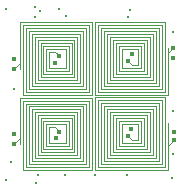
<source format=gbr>
G04 EAGLE Gerber X2 export*
%TF.Part,Single*%
%TF.FileFunction,Copper,L2,Inr,Mixed*%
%TF.FilePolarity,Positive*%
%TF.GenerationSoftware,Autodesk,EAGLE,9.0.1*%
%TF.CreationDate,2018-12-20T16:05:16Z*%
G75*
%MOMM*%
%FSLAX34Y34*%
%LPD*%
%AMOC8*
5,1,8,0,0,1.08239X$1,22.5*%
G01*
%ADD10C,0.125000*%
%ADD11C,0.450000*%
%ADD12C,0.300000*%


D10*
X-3708Y3393D02*
X-57458Y3393D01*
X-54958Y5893D02*
X-6208Y5893D01*
X-1208Y893D02*
X-59958Y893D01*
X-59958Y59643D02*
X-3708Y59643D01*
X-57458Y57143D02*
X-57458Y3393D01*
X-57458Y57143D02*
X-6208Y57143D01*
X-6208Y5893D01*
X-54958Y5893D02*
X-54958Y54643D01*
X-8708Y54643D01*
X-8708Y8393D01*
X-52458Y8393D01*
X-52458Y52143D02*
X-11208Y52143D01*
X-11208Y10893D01*
X-49958Y10893D01*
X-49958Y49643D01*
X-13708Y49643D01*
X-13708Y13393D02*
X-47458Y13393D01*
X-47458Y47143D01*
X-16208Y47143D01*
X-16208Y15893D01*
X-44958Y15893D01*
X-44958Y44643D02*
X-18708Y44643D01*
X-18708Y18393D01*
X-42458Y18393D01*
X-42458Y42143D02*
X-21208Y42143D01*
X-21208Y20893D02*
X-39958Y20893D01*
X-39958Y39643D01*
X-23708Y39643D01*
X-23708Y23393D01*
X-37458Y23393D01*
X-37458Y37143D01*
X-62458Y62143D02*
X-1208Y62143D01*
X-62458Y62143D02*
X-62458Y22848D01*
X-1208Y893D02*
X-1208Y62143D01*
X-59958Y59643D02*
X-59958Y893D01*
X-3708Y3393D02*
X-3708Y59643D01*
X-52458Y52143D02*
X-52458Y8393D01*
X-13708Y13393D02*
X-13708Y49643D01*
X-44958Y44643D02*
X-44958Y15893D01*
X-42458Y18393D02*
X-42458Y42143D01*
X-21208Y42143D02*
X-21208Y20893D01*
D11*
X-28950Y33400D03*
X-67060Y22790D03*
X-32290Y28020D03*
X-67800Y31300D03*
D10*
X-57458Y-60407D02*
X-3708Y-60407D01*
X-6208Y-57907D02*
X-54958Y-57907D01*
X-59958Y-62907D02*
X-1208Y-62907D01*
X-3708Y-4157D02*
X-59958Y-4157D01*
X-57458Y-6657D02*
X-57458Y-60407D01*
X-57458Y-6657D02*
X-6208Y-6657D01*
X-6208Y-57907D01*
X-54958Y-57907D02*
X-54958Y-9157D01*
X-8708Y-9157D01*
X-8708Y-55407D01*
X-52458Y-55407D01*
X-52458Y-11657D02*
X-11208Y-11657D01*
X-11208Y-52907D01*
X-49958Y-52907D01*
X-49958Y-14157D01*
X-13708Y-14157D01*
X-13708Y-50407D02*
X-47458Y-50407D01*
X-47458Y-16657D01*
X-16208Y-16657D01*
X-16208Y-47907D01*
X-44958Y-47907D01*
X-44958Y-19157D02*
X-18708Y-19157D01*
X-18708Y-45407D01*
X-42458Y-45407D01*
X-42458Y-21657D02*
X-21208Y-21657D01*
X-21208Y-42907D02*
X-39958Y-42907D01*
X-39958Y-24157D01*
X-23708Y-24157D01*
X-23708Y-40407D01*
X-37458Y-40407D01*
X-37458Y-26657D01*
X-62458Y-1657D02*
X-1208Y-1657D01*
X-62458Y-1657D02*
X-62458Y-40952D01*
X-1208Y-62907D02*
X-1208Y-1657D01*
X-59958Y-4157D02*
X-59958Y-62907D01*
X-3708Y-60407D02*
X-3708Y-4157D01*
X-52458Y-11657D02*
X-52458Y-55407D01*
X-13708Y-50407D02*
X-13708Y-14157D01*
X-44958Y-19157D02*
X-44958Y-47907D01*
X-42458Y-45407D02*
X-42458Y-21657D01*
X-21208Y-21657D02*
X-21208Y-42907D01*
D11*
X-28950Y-30400D03*
X-67160Y-41010D03*
X-32090Y-35880D03*
X-67500Y-32400D03*
D10*
X4008Y59707D02*
X57758Y59707D01*
X55258Y57207D02*
X6508Y57207D01*
X1508Y62207D02*
X60258Y62207D01*
X60258Y3457D02*
X4008Y3457D01*
X57758Y5957D02*
X57758Y59707D01*
X57758Y5957D02*
X6508Y5957D01*
X6508Y57207D01*
X55258Y57207D02*
X55258Y8457D01*
X9008Y8457D01*
X9008Y54707D01*
X52758Y54707D01*
X52758Y10957D02*
X11508Y10957D01*
X11508Y52207D01*
X50258Y52207D01*
X50258Y13457D01*
X14008Y13457D01*
X14008Y49707D02*
X47758Y49707D01*
X47758Y15957D01*
X16508Y15957D01*
X16508Y47207D01*
X45258Y47207D01*
X45258Y18457D02*
X19008Y18457D01*
X19008Y44707D01*
X42758Y44707D01*
X42758Y20957D02*
X21508Y20957D01*
X21508Y42207D02*
X40258Y42207D01*
X40258Y23457D01*
X24008Y23457D01*
X24008Y39707D01*
X37758Y39707D01*
X37758Y25957D01*
X62758Y957D02*
X1508Y957D01*
X62758Y957D02*
X62758Y40252D01*
X1508Y62207D02*
X1508Y957D01*
X60258Y3457D02*
X60258Y62207D01*
X4008Y59707D02*
X4008Y3457D01*
X52758Y10957D02*
X52758Y54707D01*
X14008Y49707D02*
X14008Y13457D01*
X45258Y18457D02*
X45258Y47207D01*
X42758Y44707D02*
X42758Y20957D01*
X21508Y20957D02*
X21508Y42207D01*
D11*
X29250Y29700D03*
X67260Y40210D03*
X32490Y35080D03*
X67500Y31700D03*
D10*
X57658Y-3993D02*
X3908Y-3993D01*
X6408Y-6493D02*
X55158Y-6493D01*
X60158Y-1493D02*
X1408Y-1493D01*
X3908Y-60243D02*
X60158Y-60243D01*
X57658Y-57743D02*
X57658Y-3993D01*
X57658Y-57743D02*
X6408Y-57743D01*
X6408Y-6493D01*
X55158Y-6493D02*
X55158Y-55243D01*
X8908Y-55243D01*
X8908Y-8993D01*
X52658Y-8993D01*
X52658Y-52743D02*
X11408Y-52743D01*
X11408Y-11493D01*
X50158Y-11493D01*
X50158Y-50243D01*
X13908Y-50243D01*
X13908Y-13993D02*
X47658Y-13993D01*
X47658Y-47743D01*
X16408Y-47743D01*
X16408Y-16493D01*
X45158Y-16493D01*
X45158Y-45243D02*
X18908Y-45243D01*
X18908Y-18993D01*
X42658Y-18993D01*
X42658Y-42743D02*
X21408Y-42743D01*
X21408Y-21493D02*
X40158Y-21493D01*
X40158Y-40243D01*
X23908Y-40243D01*
X23908Y-23993D01*
X37658Y-23993D01*
X37658Y-37743D01*
X62658Y-62743D02*
X1408Y-62743D01*
X62658Y-62743D02*
X62658Y-23448D01*
X1408Y-1493D02*
X1408Y-62743D01*
X60158Y-60243D02*
X60158Y-1493D01*
X3908Y-3993D02*
X3908Y-60243D01*
X52658Y-52743D02*
X52658Y-8993D01*
X13908Y-13993D02*
X13908Y-50243D01*
X45158Y-45243D02*
X45158Y-16493D01*
X42658Y-18993D02*
X42658Y-42743D01*
X21408Y-42743D02*
X21408Y-21493D01*
D11*
X29150Y-34400D03*
X68160Y-37490D03*
X31590Y-28520D03*
X68000Y-30900D03*
D10*
X-28800Y33200D02*
X-32700Y37100D01*
X-37500Y37100D01*
X29200Y29700D02*
X32900Y26000D01*
X37700Y26000D01*
X29000Y-34300D02*
X32500Y-37800D01*
X37700Y-37800D01*
X-29000Y-30300D02*
X-32600Y-26700D01*
X-37500Y-26700D01*
X-62500Y-36200D02*
X-62500Y-36800D01*
X-62500Y-36200D02*
X-67300Y-41000D01*
X-62500Y-36200D02*
X-62500Y-34600D01*
X-67100Y22700D02*
X-62500Y27300D01*
X-62500Y29400D01*
X62800Y35800D02*
X67200Y40200D01*
X62800Y35800D02*
X62800Y33500D01*
X68100Y-37400D02*
X62700Y-42800D01*
X62700Y-52000D01*
D12*
X-48400Y-73700D03*
X-50000Y66500D03*
X900Y-66902D03*
X66300Y-69700D03*
X-23975Y-67207D03*
X-23000Y67800D03*
X-49800Y75500D03*
X-73800Y73400D03*
X-74100Y-71000D03*
X-29600Y73800D03*
X30700Y72800D03*
X-45700Y71300D03*
X67400Y53500D03*
X66800Y-49300D03*
X-67000Y6000D03*
X-70300Y-56200D03*
X-47300Y-67100D03*
X67235Y-13138D03*
X28087Y-67087D03*
X29200Y66700D03*
M02*

</source>
